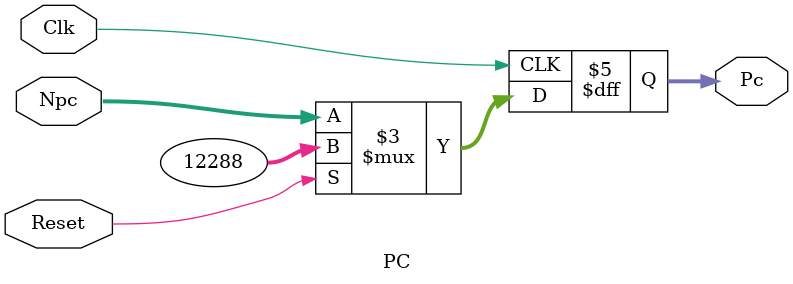
<source format=v>
`timescale 1ns / 1ps
`define PC_BEGIN 32'h3000

module PC(
    input Clk,
    input Reset,
    input [31:0] Npc,
    output reg [31:0] Pc
    );

    always @(posedge Clk) begin
        if (Reset) Pc <= `PC_BEGIN;
        else Pc <= Npc;
    end

endmodule

</source>
